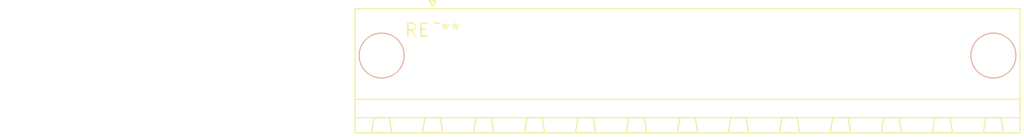
<source format=kicad_pcb>
(kicad_pcb (version 20240108) (generator pcbnew)
  (layers (0 "F.Cu" signal) (31 "B.Cu" signal) (34 "B.Paste" user) (35 "F.Paste" user) (36 "B.SilkS" user "B.Silkscreen") (37 "F.SilkS" user "F.Silkscreen") (38 "B.Mask" user) (39 "F.Mask" user) (44 "Edge.Cuts" user))
  (net 0 "")
  (footprint "PhoenixContact_MSTB_2,5_11-GF_1x11_P5.00mm_Horizontal_ThreadedFlange_MountHole" (layer "F.Cu") (at 0 0)
    (property "Reference" "REF**")
    (property "Value" "PhoenixContact_MSTB_2,5_11-GF_1x11_P5.00mm_Horizontal_ThreadedFlange_MountHole")
    (fp_circle (center -5 2.5) (end -2.79 2.5) (layer "B.SilkS") (stroke (width 0.12)) (fill none))
    (fp_circle (center 55 2.5) (end 57.21 2.5) (layer "B.SilkS") (stroke (width 0.12)) (fill none))
    (fp_line (start -7.61 -2.11) (end -7.61 10.11) (layer "F.SilkS") (stroke (width 0.12)))
    (fp_line (start -7.61 6.81) (end 57.61 6.81) (layer "F.SilkS") (stroke (width 0.12)))
    (fp_line (start -7.61 8.61) (end -7.61 6.81) (layer "F.SilkS") (stroke (width 0.12)))
    (fp_line (start -7.61 10.11) (end 57.61 10.11) (layer "F.SilkS") (stroke (width 0.12)))
    (fp_line (start -6 10.11) (end -4 10.11) (layer "F.SilkS") (stroke (width 0.12)))
    (fp_line (start -5.75 8.61) (end -6 10.11) (layer "F.SilkS") (stroke (width 0.12)))
    (fp_line (start -4.25 8.61) (end -5.75 8.61) (layer "F.SilkS") (stroke (width 0.12)))
    (fp_line (start -4 10.11) (end -4.25 8.61) (layer "F.SilkS") (stroke (width 0.12)))
    (fp_line (start -1 10.11) (end 1 10.11) (layer "F.SilkS") (stroke (width 0.12)))
    (fp_line (start -0.75 8.61) (end -1 10.11) (layer "F.SilkS") (stroke (width 0.12)))
    (fp_line (start -0.3 -2.91) (end 0.3 -2.91) (layer "F.SilkS") (stroke (width 0.12)))
    (fp_line (start 0 -2.31) (end -0.3 -2.91) (layer "F.SilkS") (stroke (width 0.12)))
    (fp_line (start 0.3 -2.91) (end 0 -2.31) (layer "F.SilkS") (stroke (width 0.12)))
    (fp_line (start 0.75 8.61) (end -0.75 8.61) (layer "F.SilkS") (stroke (width 0.12)))
    (fp_line (start 1 10.11) (end 0.75 8.61) (layer "F.SilkS") (stroke (width 0.12)))
    (fp_line (start 4 10.11) (end 6 10.11) (layer "F.SilkS") (stroke (width 0.12)))
    (fp_line (start 4.25 8.61) (end 4 10.11) (layer "F.SilkS") (stroke (width 0.12)))
    (fp_line (start 5.75 8.61) (end 4.25 8.61) (layer "F.SilkS") (stroke (width 0.12)))
    (fp_line (start 6 10.11) (end 5.75 8.61) (layer "F.SilkS") (stroke (width 0.12)))
    (fp_line (start 9 10.11) (end 11 10.11) (layer "F.SilkS") (stroke (width 0.12)))
    (fp_line (start 9.25 8.61) (end 9 10.11) (layer "F.SilkS") (stroke (width 0.12)))
    (fp_line (start 10.75 8.61) (end 9.25 8.61) (layer "F.SilkS") (stroke (width 0.12)))
    (fp_line (start 11 10.11) (end 10.75 8.61) (layer "F.SilkS") (stroke (width 0.12)))
    (fp_line (start 14 10.11) (end 16 10.11) (layer "F.SilkS") (stroke (width 0.12)))
    (fp_line (start 14.25 8.61) (end 14 10.11) (layer "F.SilkS") (stroke (width 0.12)))
    (fp_line (start 15.75 8.61) (end 14.25 8.61) (layer "F.SilkS") (stroke (width 0.12)))
    (fp_line (start 16 10.11) (end 15.75 8.61) (layer "F.SilkS") (stroke (width 0.12)))
    (fp_line (start 19 10.11) (end 21 10.11) (layer "F.SilkS") (stroke (width 0.12)))
    (fp_line (start 19.25 8.61) (end 19 10.11) (layer "F.SilkS") (stroke (width 0.12)))
    (fp_line (start 20.75 8.61) (end 19.25 8.61) (layer "F.SilkS") (stroke (width 0.12)))
    (fp_line (start 21 10.11) (end 20.75 8.61) (layer "F.SilkS") (stroke (width 0.12)))
    (fp_line (start 24 10.11) (end 26 10.11) (layer "F.SilkS") (stroke (width 0.12)))
    (fp_line (start 24.25 8.61) (end 24 10.11) (layer "F.SilkS") (stroke (width 0.12)))
    (fp_line (start 25.75 8.61) (end 24.25 8.61) (layer "F.SilkS") (stroke (width 0.12)))
    (fp_line (start 26 10.11) (end 25.75 8.61) (layer "F.SilkS") (stroke (width 0.12)))
    (fp_line (start 29 10.11) (end 31 10.11) (layer "F.SilkS") (stroke (width 0.12)))
    (fp_line (start 29.25 8.61) (end 29 10.11) (layer "F.SilkS") (stroke (width 0.12)))
    (fp_line (start 30.75 8.61) (end 29.25 8.61) (layer "F.SilkS") (stroke (width 0.12)))
    (fp_line (start 31 10.11) (end 30.75 8.61) (layer "F.SilkS") (stroke (width 0.12)))
    (fp_line (start 34 10.11) (end 36 10.11) (layer "F.SilkS") (stroke (width 0.12)))
    (fp_line (start 34.25 8.61) (end 34 10.11) (layer "F.SilkS") (stroke (width 0.12)))
    (fp_line (start 35.75 8.61) (end 34.25 8.61) (layer "F.SilkS") (stroke (width 0.12)))
    (fp_line (start 36 10.11) (end 35.75 8.61) (layer "F.SilkS") (stroke (width 0.12)))
    (fp_line (start 39 10.11) (end 41 10.11) (layer "F.SilkS") (stroke (width 0.12)))
    (fp_line (start 39.25 8.61) (end 39 10.11) (layer "F.SilkS") (stroke (width 0.12)))
    (fp_line (start 40.75 8.61) (end 39.25 8.61) (layer "F.SilkS") (stroke (width 0.12)))
    (fp_line (start 41 10.11) (end 40.75 8.61) (layer "F.SilkS") (stroke (width 0.12)))
    (fp_line (start 44 10.11) (end 46 10.11) (layer "F.SilkS") (stroke (width 0.12)))
    (fp_line (start 44.25 8.61) (end 44 10.11) (layer "F.SilkS") (stroke (width 0.12)))
    (fp_line (start 45.75 8.61) (end 44.25 8.61) (layer "F.SilkS") (stroke (width 0.12)))
    (fp_line (start 46 10.11) (end 45.75 8.61) (layer "F.SilkS") (stroke (width 0.12)))
    (fp_line (start 49 10.11) (end 51 10.11) (layer "F.SilkS") (stroke (width 0.12)))
    (fp_line (start 49.25 8.61) (end 49 10.11) (layer "F.SilkS") (stroke (width 0.12)))
    (fp_line (start 50.75 8.61) (end 49.25 8.61) (layer "F.SilkS") (stroke (width 0.12)))
    (fp_line (start 51 10.11) (end 50.75 8.61) (layer "F.SilkS") (stroke (width 0.12)))
    (fp_line (start 54 10.11) (end 56 10.11) (layer "F.SilkS") (stroke (width 0.12)))
    (fp_line (start 54.25 8.61) (end 54 10.11) (layer "F.SilkS") (stroke (width 0.12)))
    (fp_line (start 55.75 8.61) (end 54.25 8.61) (layer "F.SilkS") (stroke (width 0.12)))
    (fp_line (start 56 10.11) (end 55.75 8.61) (layer "F.SilkS") (stroke (width 0.12)))
    (fp_line (start 57.61 -2.11) (end -7.61 -2.11) (layer "F.SilkS") (stroke (width 0.12)))
    (fp_line (start 57.61 6.81) (end 57.61 8.61) (layer "F.SilkS") (stroke (width 0.12)))
    (fp_line (start 57.61 8.61) (end -7.61 8.61) (layer "F.SilkS") (stroke (width 0.12)))
    (fp_line (start 57.61 10.11) (end 57.61 -2.11) (layer "F.SilkS") (stroke (width 0.12)))
    (pad "" np_thru_hole circle (at -5 2.5) (size 2.4 2.4) (drill 2.4) (layers *.Cu *.Mask))
    (pad "" np_thru_hole circle (at 55 2.5) (size 2.4 2.4) (drill 2.4) (layers *.Cu *.Mask))
    (pad "1" thru_hole roundrect (at 0 0) (size 2 3.6) (drill 1.4) (layers *.Cu *.Mask) (remove_unused_layers) (roundrect_rratio 0.125))
    (pad "2" thru_hole oval (at 5 0) (size 2 3.6) (drill 1.4) (layers *.Cu *.Mask) (remove_unused_layers))
    (pad "3" thru_hole oval (at 10 0) (size 2 3.6) (drill 1.4) (layers *.Cu *.Mask) (remove_unused_layers))
    (pad "4" thru_hole oval (at 15 0) (size 2 3.6) (drill 1.4) (layers *.Cu *.Mask) (remove_unused_layers))
    (pad "5" thru_hole oval (at 20 0) (size 2 3.6) (drill 1.4) (layers *.Cu *.Mask) (remove_unused_layers))
    (pad "6" thru_hole oval (at 25 0) (size 2 3.6) (drill 1.4) (layers *.Cu *.Mask) (remove_unused_layers))
    (pad "7" thru_hole oval (at 30 0) (size 2 3.6) (drill 1.4) (layers *.Cu *.Mask) (remove_unused_layers))
    (pad "8" thru_hole oval (at 35 0) (size 2 3.6) (drill 1.4) (layers *.Cu *.Mask) (remove_unused_layers))
    (pad "9" thru_hole oval (at 40 0) (size 2 3.6) (drill 1.4) (layers *.Cu *.Mask) (remove_unused_layers))
    (pad "10" thru_hole oval (at 45 0) (size 2 3.6) (drill 1.4) (layers *.Cu *.Mask) (remove_unused_layers))
    (pad "11" thru_hole oval (at 50 0) (size 2 3.6) (drill 1.4) (layers *.Cu *.Mask) (remove_unused_layers))
  )
)
</source>
